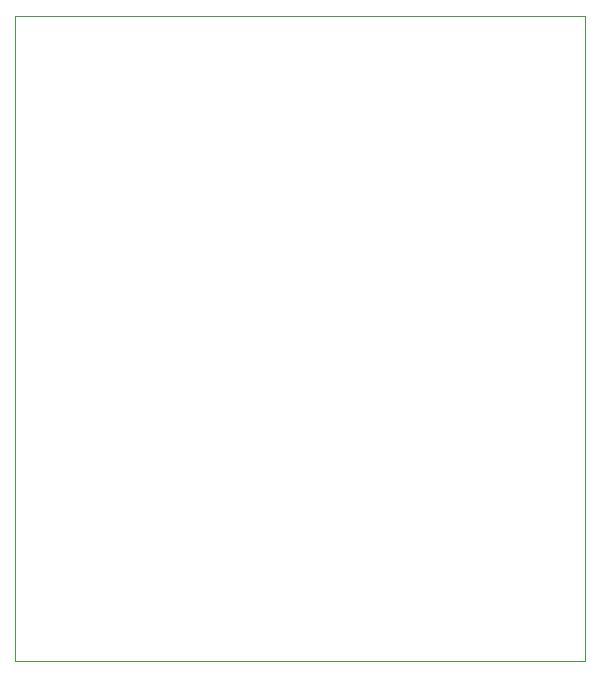
<source format=gbr>
G04 #@! TF.FileFunction,Profile,NP*
%FSLAX46Y46*%
G04 Gerber Fmt 4.6, Leading zero omitted, Abs format (unit mm)*
G04 Created by KiCad (PCBNEW (2015-04-05 BZR 5577)-product) date 17-04-2015 10:44:10*
%MOMM*%
G01*
G04 APERTURE LIST*
%ADD10C,0.100000*%
G04 APERTURE END LIST*
D10*
X33020000Y-78740000D02*
X33020000Y-24130000D01*
X81280000Y-78740000D02*
X33020000Y-78740000D01*
X81280000Y-24130000D02*
X81280000Y-78740000D01*
X33020000Y-24130000D02*
X81280000Y-24130000D01*
M02*

</source>
